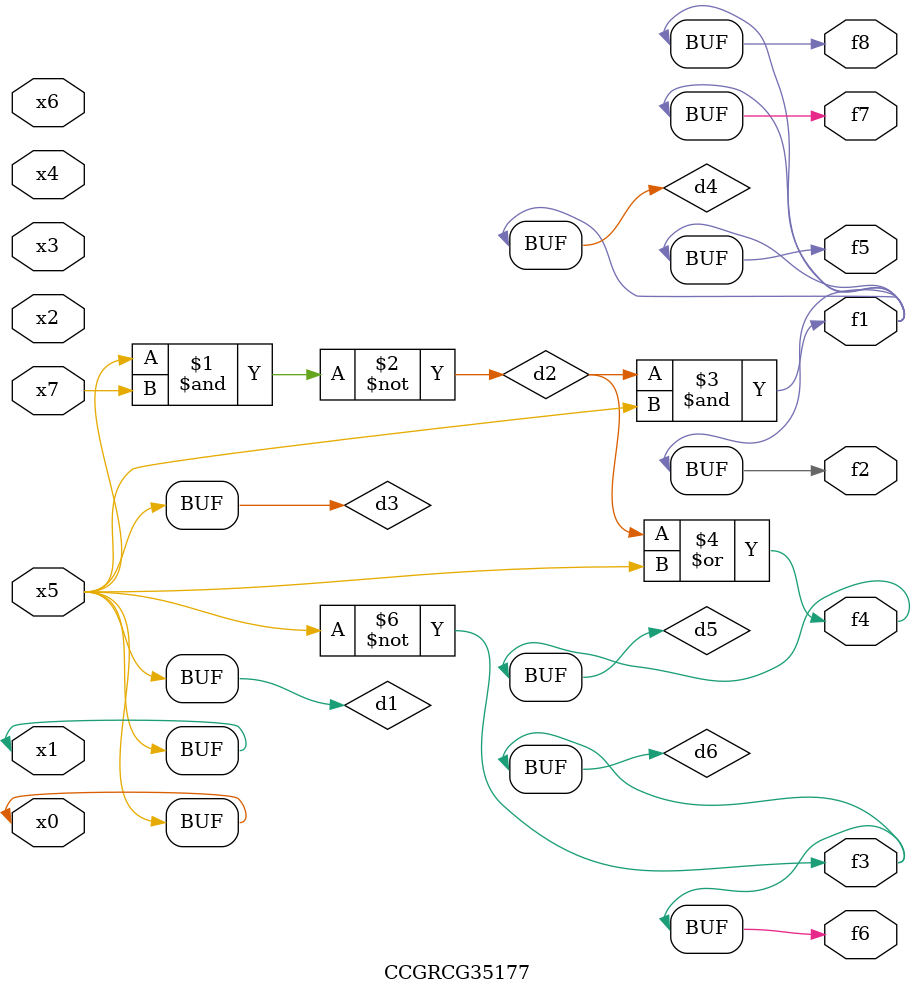
<source format=v>
module CCGRCG35177(
	input x0, x1, x2, x3, x4, x5, x6, x7,
	output f1, f2, f3, f4, f5, f6, f7, f8
);

	wire d1, d2, d3, d4, d5, d6;

	buf (d1, x0, x5);
	nand (d2, x5, x7);
	buf (d3, x0, x1);
	and (d4, d2, d3);
	or (d5, d2, d3);
	nor (d6, d1, d3);
	assign f1 = d4;
	assign f2 = d4;
	assign f3 = d6;
	assign f4 = d5;
	assign f5 = d4;
	assign f6 = d6;
	assign f7 = d4;
	assign f8 = d4;
endmodule

</source>
